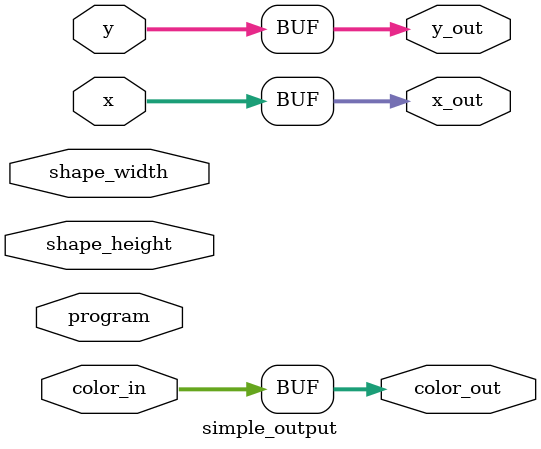
<source format=v>
`timescale 1ns / 1ps


module simple_output(input wire program,
                      input wire [10:0] x, 
                      input wire [11:0] y,
                      input wire[31:0] color_in,
                      input wire [10:0] shape_width,
                      input wire [11:0] shape_height, 
                      output wire [10:0] x_out,
                      output wire [11:0] y_out,
                      output wire [31:0] color_out
    );
    
    assign x_out = x;
    assign y_out = y;
    assign color_out = color_in;
endmodule

</source>
